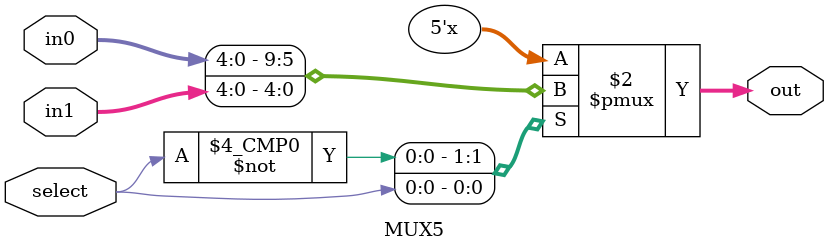
<source format=v>
module MUX5 (input select, input [4:0] in0, in1, output reg [4:0] out);
always @(*) begin 
	case (select)
		1'b0 : out = in0;
		1'b1 : out = in1;
	endcase
end
endmodule
</source>
